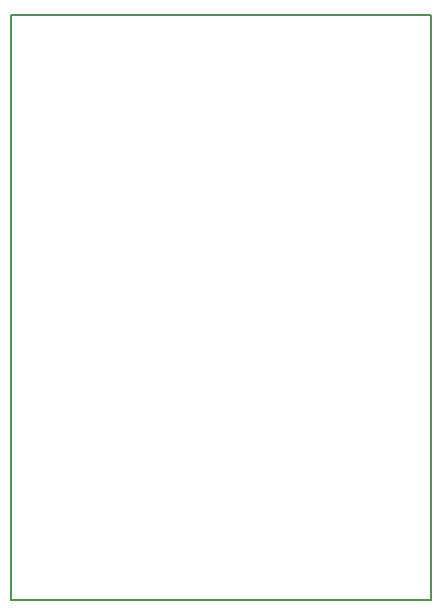
<source format=gbr>
G04 #@! TF.GenerationSoftware,KiCad,Pcbnew,(5.0.0-3-g5ebb6b6)*
G04 #@! TF.CreationDate,2019-02-02T18:47:35+01:00*
G04 #@! TF.ProjectId,tt_nano_HAT,74745F6E616E6F5F4841542E6B696361,rev?*
G04 #@! TF.SameCoordinates,Original*
G04 #@! TF.FileFunction,Profile,NP*
%FSLAX46Y46*%
G04 Gerber Fmt 4.6, Leading zero omitted, Abs format (unit mm)*
G04 Created by KiCad (PCBNEW (5.0.0-3-g5ebb6b6)) date Saturday, 02. February 2019 um 18:47:35*
%MOMM*%
%LPD*%
G01*
G04 APERTURE LIST*
%ADD10C,0.150000*%
G04 APERTURE END LIST*
D10*
X151130000Y-91440000D02*
X151130000Y-41910000D01*
X186690000Y-91440000D02*
X151130000Y-91440000D01*
X186690000Y-41910000D02*
X186690000Y-91440000D01*
X151130000Y-41910000D02*
X186690000Y-41910000D01*
M02*

</source>
